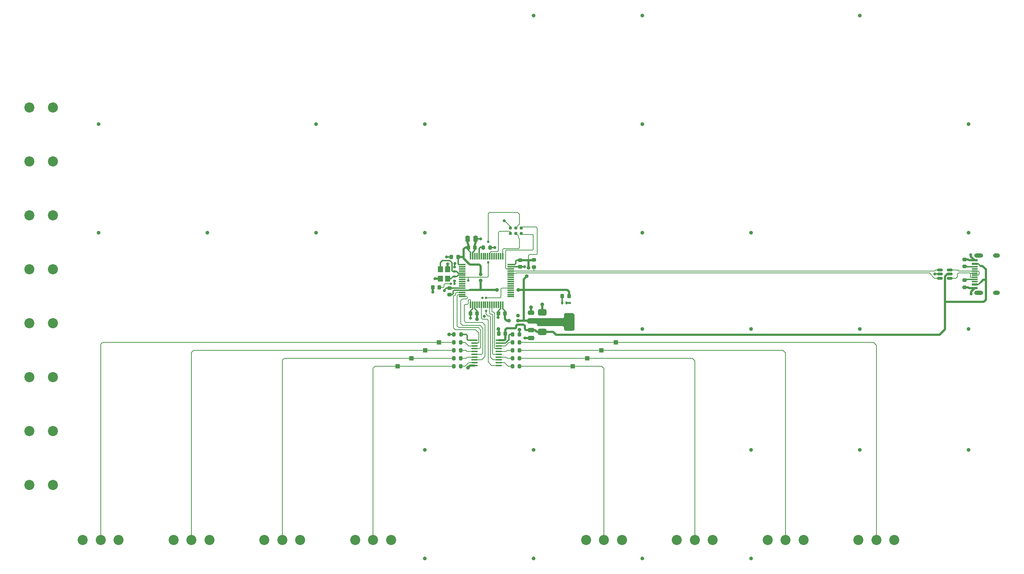
<source format=gbr>
%TF.GenerationSoftware,KiCad,Pcbnew,9.0.1*%
%TF.CreationDate,2025-07-28T14:50:10-04:00*%
%TF.ProjectId,LED-DriverPCB,4c45442d-4472-4697-9665-725043422e6b,rev?*%
%TF.SameCoordinates,Original*%
%TF.FileFunction,Copper,L1,Top*%
%TF.FilePolarity,Positive*%
%FSLAX46Y46*%
G04 Gerber Fmt 4.6, Leading zero omitted, Abs format (unit mm)*
G04 Created by KiCad (PCBNEW 9.0.1) date 2025-07-28 14:50:10*
%MOMM*%
%LPD*%
G01*
G04 APERTURE LIST*
G04 Aperture macros list*
%AMRoundRect*
0 Rectangle with rounded corners*
0 $1 Rounding radius*
0 $2 $3 $4 $5 $6 $7 $8 $9 X,Y pos of 4 corners*
0 Add a 4 corners polygon primitive as box body*
4,1,4,$2,$3,$4,$5,$6,$7,$8,$9,$2,$3,0*
0 Add four circle primitives for the rounded corners*
1,1,$1+$1,$2,$3*
1,1,$1+$1,$4,$5*
1,1,$1+$1,$6,$7*
1,1,$1+$1,$8,$9*
0 Add four rect primitives between the rounded corners*
20,1,$1+$1,$2,$3,$4,$5,0*
20,1,$1+$1,$4,$5,$6,$7,0*
20,1,$1+$1,$6,$7,$8,$9,0*
20,1,$1+$1,$8,$9,$2,$3,0*%
G04 Aperture macros list end*
%TA.AperFunction,SMDPad,CuDef*%
%ADD10RoundRect,0.225000X0.225000X0.250000X-0.225000X0.250000X-0.225000X-0.250000X0.225000X-0.250000X0*%
%TD*%
%TA.AperFunction,ComponentPad*%
%ADD11C,2.362200*%
%TD*%
%TA.AperFunction,HeatsinkPad*%
%ADD12O,1.600000X1.000000*%
%TD*%
%TA.AperFunction,HeatsinkPad*%
%ADD13O,2.100000X1.000000*%
%TD*%
%TA.AperFunction,SMDPad,CuDef*%
%ADD14R,1.450000X0.600000*%
%TD*%
%TA.AperFunction,SMDPad,CuDef*%
%ADD15R,1.450000X0.300000*%
%TD*%
%TA.AperFunction,ConnectorPad*%
%ADD16C,0.787400*%
%TD*%
%TA.AperFunction,SMDPad,CuDef*%
%ADD17RoundRect,0.200000X0.200000X0.275000X-0.200000X0.275000X-0.200000X-0.275000X0.200000X-0.275000X0*%
%TD*%
%TA.AperFunction,SMDPad,CuDef*%
%ADD18RoundRect,0.200000X-0.200000X-0.275000X0.200000X-0.275000X0.200000X0.275000X-0.200000X0.275000X0*%
%TD*%
%TA.AperFunction,SMDPad,CuDef*%
%ADD19R,1.000000X1.000000*%
%TD*%
%TA.AperFunction,SMDPad,CuDef*%
%ADD20RoundRect,0.100000X-0.637500X-0.100000X0.637500X-0.100000X0.637500X0.100000X-0.637500X0.100000X0*%
%TD*%
%TA.AperFunction,SMDPad,CuDef*%
%ADD21RoundRect,0.140000X0.170000X-0.140000X0.170000X0.140000X-0.170000X0.140000X-0.170000X-0.140000X0*%
%TD*%
%TA.AperFunction,SMDPad,CuDef*%
%ADD22RoundRect,0.250000X-0.250000X-0.475000X0.250000X-0.475000X0.250000X0.475000X-0.250000X0.475000X0*%
%TD*%
%TA.AperFunction,SMDPad,CuDef*%
%ADD23RoundRect,0.250000X0.475000X-0.250000X0.475000X0.250000X-0.475000X0.250000X-0.475000X-0.250000X0*%
%TD*%
%TA.AperFunction,SMDPad,CuDef*%
%ADD24RoundRect,0.375000X-0.625000X-0.375000X0.625000X-0.375000X0.625000X0.375000X-0.625000X0.375000X0*%
%TD*%
%TA.AperFunction,SMDPad,CuDef*%
%ADD25RoundRect,0.500000X-0.500000X-1.400000X0.500000X-1.400000X0.500000X1.400000X-0.500000X1.400000X0*%
%TD*%
%TA.AperFunction,SMDPad,CuDef*%
%ADD26RoundRect,0.135000X-0.135000X-0.185000X0.135000X-0.185000X0.135000X0.185000X-0.135000X0.185000X0*%
%TD*%
%TA.AperFunction,SMDPad,CuDef*%
%ADD27RoundRect,0.200000X-0.275000X0.200000X-0.275000X-0.200000X0.275000X-0.200000X0.275000X0.200000X0*%
%TD*%
%TA.AperFunction,SMDPad,CuDef*%
%ADD28RoundRect,0.225000X-0.225000X-0.250000X0.225000X-0.250000X0.225000X0.250000X-0.225000X0.250000X0*%
%TD*%
%TA.AperFunction,SMDPad,CuDef*%
%ADD29RoundRect,0.225000X-0.250000X0.225000X-0.250000X-0.225000X0.250000X-0.225000X0.250000X0.225000X0*%
%TD*%
%TA.AperFunction,SMDPad,CuDef*%
%ADD30RoundRect,0.075000X-0.700000X-0.075000X0.700000X-0.075000X0.700000X0.075000X-0.700000X0.075000X0*%
%TD*%
%TA.AperFunction,SMDPad,CuDef*%
%ADD31RoundRect,0.075000X-0.075000X-0.700000X0.075000X-0.700000X0.075000X0.700000X-0.075000X0.700000X0*%
%TD*%
%TA.AperFunction,SMDPad,CuDef*%
%ADD32RoundRect,0.225000X0.250000X-0.225000X0.250000X0.225000X-0.250000X0.225000X-0.250000X-0.225000X0*%
%TD*%
%TA.AperFunction,SMDPad,CuDef*%
%ADD33RoundRect,0.250000X-0.475000X0.250000X-0.475000X-0.250000X0.475000X-0.250000X0.475000X0.250000X0*%
%TD*%
%TA.AperFunction,SMDPad,CuDef*%
%ADD34R,1.200000X1.400000*%
%TD*%
%TA.AperFunction,SMDPad,CuDef*%
%ADD35RoundRect,0.218750X-0.218750X-0.256250X0.218750X-0.256250X0.218750X0.256250X-0.218750X0.256250X0*%
%TD*%
%TA.AperFunction,SMDPad,CuDef*%
%ADD36RoundRect,0.200000X0.275000X-0.200000X0.275000X0.200000X-0.275000X0.200000X-0.275000X-0.200000X0*%
%TD*%
%TA.AperFunction,SMDPad,CuDef*%
%ADD37RoundRect,0.140000X-0.170000X0.140000X-0.170000X-0.140000X0.170000X-0.140000X0.170000X0.140000X0*%
%TD*%
%TA.AperFunction,SMDPad,CuDef*%
%ADD38RoundRect,0.150000X-0.512500X-0.150000X0.512500X-0.150000X0.512500X0.150000X-0.512500X0.150000X0*%
%TD*%
%TA.AperFunction,ViaPad*%
%ADD39C,0.700000*%
%TD*%
%TA.AperFunction,ViaPad*%
%ADD40C,0.900000*%
%TD*%
%TA.AperFunction,ViaPad*%
%ADD41C,0.600000*%
%TD*%
%TA.AperFunction,Conductor*%
%ADD42C,0.500000*%
%TD*%
%TA.AperFunction,Conductor*%
%ADD43C,0.200000*%
%TD*%
%TA.AperFunction,Conductor*%
%ADD44C,0.190000*%
%TD*%
%TA.AperFunction,Conductor*%
%ADD45C,0.300000*%
%TD*%
G04 APERTURE END LIST*
D10*
%TO.P,C16,2*%
%TO.N,GND*%
X230854000Y-151959000D03*
%TO.P,C16,1*%
%TO.N,VBUS*%
X232404000Y-151959000D03*
%TD*%
D11*
%TO.P,J1,3,Pin_3*%
%TO.N,GND*%
X314878601Y-200140900D03*
%TO.P,J1,2,Pin_2*%
%TO.N,/STR1_DATA*%
X319078600Y-200140900D03*
%TO.P,J1,1,Pin_1*%
%TO.N,/STR1_PWR*%
X323278599Y-200140900D03*
%TD*%
%TO.P,J2,3,Pin_3*%
%TO.N,GND*%
X293667601Y-200140900D03*
%TO.P,J2,2,Pin_2*%
%TO.N,/STR2_DATA*%
X297867600Y-200140900D03*
%TO.P,J2,1,Pin_1*%
%TO.N,/STR2_PWR*%
X302067599Y-200140900D03*
%TD*%
%TO.P,J3,3,Pin_3*%
%TO.N,GND*%
X272456601Y-200140900D03*
%TO.P,J3,2,Pin_2*%
%TO.N,/STR3_DATA*%
X276656600Y-200140900D03*
%TO.P,J3,1,Pin_1*%
%TO.N,/STR3_PWR*%
X280856599Y-200140900D03*
%TD*%
%TO.P,J4,3,Pin_3*%
%TO.N,GND*%
X251245601Y-200140900D03*
%TO.P,J4,2,Pin_2*%
%TO.N,/STR4_DATA*%
X255445600Y-200140900D03*
%TO.P,J4,1,Pin_1*%
%TO.N,/STR4_PWR*%
X259645599Y-200140900D03*
%TD*%
%TO.P,J5,3,Pin_3*%
%TO.N,GND*%
X197329101Y-200140900D03*
%TO.P,J5,2,Pin_2*%
%TO.N,/STR5_DATA*%
X201529100Y-200140900D03*
%TO.P,J5,1,Pin_1*%
%TO.N,/STR5_PWR*%
X205729099Y-200140900D03*
%TD*%
%TO.P,J6,3,Pin_3*%
%TO.N,GND*%
X176118101Y-200140900D03*
%TO.P,J6,2,Pin_2*%
%TO.N,/STR6_DATA*%
X180318100Y-200140900D03*
%TO.P,J6,1,Pin_1*%
%TO.N,/STR6_PWR*%
X184518099Y-200140900D03*
%TD*%
%TO.P,J7,3,Pin_3*%
%TO.N,GND*%
X154907101Y-200140900D03*
%TO.P,J7,2,Pin_2*%
%TO.N,/STR7_DATA*%
X159107100Y-200140900D03*
%TO.P,J7,1,Pin_1*%
%TO.N,/STR7_PWR*%
X163307099Y-200140900D03*
%TD*%
%TO.P,J8,3,Pin_3*%
%TO.N,GND*%
X133696101Y-200140900D03*
%TO.P,J8,2,Pin_2*%
%TO.N,/STR8_DATA*%
X137896100Y-200140900D03*
%TO.P,J8,1,Pin_1*%
%TO.N,/STR8_PWR*%
X142096099Y-200140900D03*
%TD*%
D12*
%TO.P,J9,S1,SHIELD*%
%TO.N,GND*%
X347110251Y-133671000D03*
D13*
X342930251Y-133671000D03*
D12*
X347110251Y-142311000D03*
D13*
X342930251Y-142311000D03*
D14*
%TO.P,J9,B12,GND*%
X342015251Y-141241000D03*
%TO.P,J9,B9,VBUS*%
%TO.N,VBUS*%
X342015251Y-140441000D03*
D15*
%TO.P,J9,B8,SBU2*%
%TO.N,unconnected-(J9-SBU2-PadB8)*%
X342015251Y-139741000D03*
%TO.P,J9,B7,D-*%
%TO.N,/USB_CON_D-*%
X342015251Y-138741000D03*
%TO.P,J9,B6,D+*%
%TO.N,/USB_CON_D+*%
X342015251Y-137241000D03*
%TO.P,J9,B5,CC2*%
%TO.N,/USB_CC2*%
X342015251Y-136241000D03*
D14*
%TO.P,J9,B4,VBUS*%
%TO.N,VBUS*%
X342015251Y-135541000D03*
%TO.P,J9,B1,GND*%
%TO.N,GND*%
X342015251Y-134741000D03*
%TO.P,J9,A12,GND*%
X342015251Y-134741000D03*
%TO.P,J9,A9,VBUS*%
%TO.N,VBUS*%
X342015251Y-135541000D03*
D15*
%TO.P,J9,A8,SBU1*%
%TO.N,unconnected-(J9-SBU1-PadA8)*%
X342015251Y-136741000D03*
%TO.P,J9,A7,D-*%
%TO.N,/USB_CON_D-*%
X342015251Y-137741000D03*
%TO.P,J9,A6,D+*%
%TO.N,/USB_CON_D+*%
X342015251Y-138241000D03*
%TO.P,J9,A5,CC1*%
%TO.N,/USB_CC1*%
X342015251Y-139241000D03*
D14*
%TO.P,J9,A4,VBUS*%
%TO.N,VBUS*%
X342015251Y-140441000D03*
%TO.P,J9,A1,GND*%
%TO.N,GND*%
X342015251Y-141241000D03*
%TD*%
D11*
%TO.P,J12,2,Pin_2*%
%TO.N,/STR1_PWR*%
X126749999Y-98986500D03*
%TO.P,J12,1,Pin_1*%
%TO.N,GND*%
X121250000Y-98986500D03*
%TD*%
%TO.P,J13,2,Pin_2*%
%TO.N,/STR2_PWR*%
X126749999Y-111604500D03*
%TO.P,J13,1,Pin_1*%
%TO.N,GND*%
X121250000Y-111604500D03*
%TD*%
%TO.P,J14,2,Pin_2*%
%TO.N,/STR3_PWR*%
X126749999Y-124223100D03*
%TO.P,J14,1,Pin_1*%
%TO.N,GND*%
X121250000Y-124223100D03*
%TD*%
%TO.P,J15,2,Pin_2*%
%TO.N,/STR4_PWR*%
X126749999Y-136841100D03*
%TO.P,J15,1,Pin_1*%
%TO.N,GND*%
X121250000Y-136841100D03*
%TD*%
%TO.P,J16,2,Pin_2*%
%TO.N,/STR5_PWR*%
X126749999Y-149459100D03*
%TO.P,J16,1,Pin_1*%
%TO.N,GND*%
X121250000Y-149459100D03*
%TD*%
%TO.P,J17,2,Pin_2*%
%TO.N,/STR6_PWR*%
X126749999Y-162077100D03*
%TO.P,J17,1,Pin_1*%
%TO.N,GND*%
X121250000Y-162077100D03*
%TD*%
%TO.P,J18,2,Pin_2*%
%TO.N,/STR7_PWR*%
X126749999Y-174695500D03*
%TO.P,J18,1,Pin_1*%
%TO.N,GND*%
X121250000Y-174695500D03*
%TD*%
%TO.P,J19,2,Pin_2*%
%TO.N,/STR8_PWR*%
X126749999Y-187313500D03*
%TO.P,J19,1,Pin_1*%
%TO.N,GND*%
X121250000Y-187313500D03*
%TD*%
D16*
%TO.P,J20,6,SWO*%
%TO.N,/SWD_SWO*%
X233569000Y-128436000D03*
%TO.P,J20,5,GND*%
%TO.N,GND*%
X233569000Y-127166000D03*
%TO.P,J20,4,SWCLK*%
%TO.N,/SWD_CLK*%
X234839000Y-128436000D03*
%TO.P,J20,3,~{RESET}*%
%TO.N,/SWD_NRST*%
X234839000Y-127166000D03*
%TO.P,J20,2,SWDIO*%
%TO.N,/SWD_DIO*%
X236109000Y-128436000D03*
%TO.P,J20,1,VCC*%
%TO.N,+3.3V*%
X236109000Y-127166000D03*
%TD*%
D17*
%TO.P,R1,2*%
%TO.N,/BOOT*%
X227204000Y-131741000D03*
%TO.P,R1,1*%
%TO.N,GND*%
X228854000Y-131741000D03*
%TD*%
%TO.P,R4,2*%
%TO.N,GND*%
X220379000Y-152109000D03*
%TO.P,R4,1*%
%TO.N,Net-(U1-1OE)*%
X222029000Y-152109000D03*
%TD*%
D18*
%TO.P,R7,2*%
%TO.N,GND*%
X235729000Y-152109000D03*
%TO.P,R7,1*%
%TO.N,Net-(U1-2OE)*%
X234079000Y-152109000D03*
%TD*%
%TO.P,R8,2*%
%TO.N,/STR1_DATA*%
X235704000Y-153959000D03*
%TO.P,R8,1*%
%TO.N,/1Y0_RES*%
X234054000Y-153959000D03*
%TD*%
D17*
%TO.P,R9,2*%
%TO.N,/1Y1_RES*%
X234054000Y-155809000D03*
%TO.P,R9,1*%
%TO.N,/STR2_DATA*%
X235704000Y-155809000D03*
%TD*%
D18*
%TO.P,R10,2*%
%TO.N,/STR3_DATA*%
X235704000Y-157659000D03*
%TO.P,R10,1*%
%TO.N,/1Y2_RES*%
X234054000Y-157659000D03*
%TD*%
%TO.P,R11,2*%
%TO.N,/STR4_DATA*%
X235704000Y-159509000D03*
%TO.P,R11,1*%
%TO.N,/1Y3_RES*%
X234054000Y-159509000D03*
%TD*%
D17*
%TO.P,R12,2*%
%TO.N,/STR8_DATA*%
X220354000Y-153959000D03*
%TO.P,R12,1*%
%TO.N,/2Y0_RES*%
X222004000Y-153959000D03*
%TD*%
%TO.P,R13,2*%
%TO.N,/STR7_DATA*%
X220354000Y-155809000D03*
%TO.P,R13,1*%
%TO.N,/2Y1_RES*%
X222004000Y-155809000D03*
%TD*%
%TO.P,R14,2*%
%TO.N,/STR6_DATA*%
X220354000Y-157659000D03*
%TO.P,R14,1*%
%TO.N,/2Y2_RES*%
X222004000Y-157659000D03*
%TD*%
%TO.P,R15,2*%
%TO.N,/STR5_DATA*%
X220354000Y-159509000D03*
%TO.P,R15,1*%
%TO.N,/2Y3_RES*%
X222004000Y-159509000D03*
%TD*%
D19*
%TO.P,TP8,1,1*%
%TO.N,/STR1_DATA*%
X258229000Y-153959000D03*
%TD*%
%TO.P,TP7,1,1*%
%TO.N,/STR2_DATA*%
X254862333Y-155809000D03*
%TD*%
%TO.P,TP6,1,1*%
%TO.N,/STR3_DATA*%
X251495667Y-157659000D03*
%TD*%
%TO.P,TP5,1,1*%
%TO.N,/STR4_DATA*%
X248104000Y-159509000D03*
%TD*%
%TO.P,TP4,1,1*%
%TO.N,/STR5_DATA*%
X207229000Y-159509000D03*
%TD*%
%TO.P,TP3,1,1*%
%TO.N,/STR6_DATA*%
X210445667Y-157659000D03*
%TD*%
%TO.P,TP2,1,1*%
%TO.N,/STR7_DATA*%
X213662333Y-155809000D03*
%TD*%
%TO.P,TP1,1,1*%
%TO.N,/STR8_DATA*%
X216879000Y-153959000D03*
%TD*%
D20*
%TO.P,U1,20,VCC*%
%TO.N,VBUS*%
X230891500Y-153484000D03*
%TO.P,U1,19,2OE*%
%TO.N,Net-(U1-2OE)*%
X230891500Y-154134000D03*
%TO.P,U1,18,1Y0*%
%TO.N,/1Y0_RES*%
X230891500Y-154784000D03*
%TO.P,U1,17,2A0*%
%TO.N,/PWM_TIM3_CH4*%
X230891500Y-155434000D03*
%TO.P,U1,16,1Y1*%
%TO.N,/1Y1_RES*%
X230891500Y-156084000D03*
%TO.P,U1,15,2A1*%
%TO.N,/PWM_TIM3_CH3*%
X230891500Y-156734000D03*
%TO.P,U1,14,1Y2*%
%TO.N,/1Y2_RES*%
X230891500Y-157384000D03*
%TO.P,U1,13,2A2*%
%TO.N,/PWM_TIM8_CH1*%
X230891500Y-158034000D03*
%TO.P,U1,12,1Y3*%
%TO.N,/1Y3_RES*%
X230891500Y-158684000D03*
%TO.P,U1,11,2A3*%
%TO.N,/PWM_TIM3_CH1*%
X230891500Y-159334000D03*
%TO.P,U1,10,GND*%
%TO.N,GND*%
X225166500Y-159334000D03*
%TO.P,U1,9,2Y3*%
%TO.N,/2Y3_RES*%
X225166500Y-158684000D03*
%TO.P,U1,8,1A3*%
%TO.N,/PWM_TIM5_CH4*%
X225166500Y-158034000D03*
%TO.P,U1,7,2Y2*%
%TO.N,/2Y2_RES*%
X225166500Y-157384000D03*
%TO.P,U1,6,1A2*%
%TO.N,/PWM_TIM5_CH3*%
X225166500Y-156734000D03*
%TO.P,U1,5,2Y1*%
%TO.N,/2Y1_RES*%
X225166500Y-156084000D03*
%TO.P,U1,4,1A1*%
%TO.N,/PWM_TIM5_CH2*%
X225166500Y-155434000D03*
%TO.P,U1,3,2Y0*%
%TO.N,/2Y0_RES*%
X225166500Y-154784000D03*
%TO.P,U1,2,1A0*%
%TO.N,/PWM_TIM5_CH1*%
X225166500Y-154134000D03*
%TO.P,U1,1,1OE*%
%TO.N,Net-(U1-1OE)*%
X225166500Y-153484000D03*
%TD*%
D21*
%TO.P,C1,1*%
%TO.N,/HSE_IN*%
X220579000Y-137341000D03*
%TO.P,C1,2*%
%TO.N,GND*%
X220579000Y-136381000D03*
%TD*%
D10*
%TO.P,C5,1*%
%TO.N,+3.3V*%
X221354000Y-133941000D03*
%TO.P,C5,2*%
%TO.N,GND*%
X219804000Y-133941000D03*
%TD*%
D22*
%TO.P,C9,1*%
%TO.N,+3.3V*%
X223579000Y-129741000D03*
%TO.P,C9,2*%
%TO.N,GND*%
X225479000Y-129741000D03*
%TD*%
D23*
%TO.P,C12,1*%
%TO.N,+3.3V*%
X238379000Y-148891000D03*
%TO.P,C12,2*%
%TO.N,GND*%
X238379000Y-146991000D03*
%TD*%
D24*
%TO.P,U3,1,GND*%
%TO.N,GND*%
X241029000Y-146891000D03*
%TO.P,U3,2,VO*%
%TO.N,+3.3V*%
X241029000Y-149191000D03*
D25*
X247329000Y-149191000D03*
D24*
%TO.P,U3,3,VI*%
%TO.N,VBUS*%
X241029000Y-151491000D03*
%TD*%
D26*
%TO.P,R6,1*%
%TO.N,Net-(D1-K)*%
X245669000Y-144709000D03*
%TO.P,R6,2*%
%TO.N,GND*%
X246689000Y-144709000D03*
%TD*%
D27*
%TO.P,R3,1*%
%TO.N,GND*%
X339710251Y-134526000D03*
%TO.P,R3,2*%
%TO.N,/USB_CC2*%
X339710251Y-136176000D03*
%TD*%
D28*
%TO.P,C7,1*%
%TO.N,+3.3V*%
X223754000Y-131741000D03*
%TO.P,C7,2*%
%TO.N,GND*%
X225304000Y-131741000D03*
%TD*%
D29*
%TO.P,C6,1*%
%TO.N,+3.3V*%
X235829000Y-134716000D03*
%TO.P,C6,2*%
%TO.N,GND*%
X235829000Y-136266000D03*
%TD*%
D30*
%TO.P,U5,1,VBAT*%
%TO.N,+3.3V*%
X222354000Y-135741000D03*
%TO.P,U5,2,PC13*%
%TO.N,unconnected-(U5-PC13-Pad2)*%
X222354000Y-136241000D03*
%TO.P,U5,3,PC14*%
%TO.N,unconnected-(U5-PC14-Pad3)*%
X222354000Y-136741000D03*
%TO.P,U5,4,PC15*%
%TO.N,unconnected-(U5-PC15-Pad4)*%
X222354000Y-137241000D03*
%TO.P,U5,5,PD0*%
%TO.N,/HSE_IN*%
X222354000Y-137741000D03*
%TO.P,U5,6,PD1*%
%TO.N,/HSE_OUT*%
X222354000Y-138241000D03*
%TO.P,U5,7,NRST*%
%TO.N,/SWD_NRST*%
X222354000Y-138741000D03*
%TO.P,U5,8,PC0*%
%TO.N,unconnected-(U5-PC0-Pad8)*%
X222354000Y-139241000D03*
%TO.P,U5,9,PC1*%
%TO.N,unconnected-(U5-PC1-Pad9)*%
X222354000Y-139741000D03*
%TO.P,U5,10,PC2*%
%TO.N,unconnected-(U5-PC2-Pad10)*%
X222354000Y-140241000D03*
%TO.P,U5,11,PC3*%
%TO.N,unconnected-(U5-PC3-Pad11)*%
X222354000Y-140741000D03*
%TO.P,U5,12,VSSA*%
%TO.N,GND*%
X222354000Y-141241000D03*
%TO.P,U5,13,VDDA*%
%TO.N,+3.3V*%
X222354000Y-141741000D03*
%TO.P,U5,14,PA0*%
%TO.N,/PWM_TIM5_CH1*%
X222354000Y-142241000D03*
%TO.P,U5,15,PA1*%
%TO.N,/PWM_TIM5_CH2*%
X222354000Y-142741000D03*
%TO.P,U5,16,PA2*%
%TO.N,/PWM_TIM5_CH3*%
X222354000Y-143241000D03*
D31*
%TO.P,U5,17,PA3*%
%TO.N,/PWM_TIM5_CH4*%
X224279000Y-145166000D03*
%TO.P,U5,18,VSS*%
%TO.N,GND*%
X224779000Y-145166000D03*
%TO.P,U5,19,VDD*%
%TO.N,+3.3V*%
X225279000Y-145166000D03*
%TO.P,U5,20,PA4*%
%TO.N,unconnected-(U5-PA4-Pad20)*%
X225779000Y-145166000D03*
%TO.P,U5,21,PA5*%
%TO.N,unconnected-(U5-PA5-Pad21)*%
X226279000Y-145166000D03*
%TO.P,U5,22,PA6*%
%TO.N,/PWM_TIM3_CH1*%
X226779000Y-145166000D03*
%TO.P,U5,23,PA7*%
%TO.N,unconnected-(U5-PA7-Pad23)*%
X227279000Y-145166000D03*
%TO.P,U5,24,PC4*%
%TO.N,unconnected-(U5-PC4-Pad24)*%
X227779000Y-145166000D03*
%TO.P,U5,25,PC5*%
%TO.N,unconnected-(U5-PC5-Pad25)*%
X228279000Y-145166000D03*
%TO.P,U5,26,PB0*%
%TO.N,/PWM_TIM3_CH3*%
X228779000Y-145166000D03*
%TO.P,U5,27,PB1*%
%TO.N,/PWM_TIM3_CH4*%
X229279000Y-145166000D03*
%TO.P,U5,28,PB2*%
%TO.N,unconnected-(U5-PB2-Pad28)*%
X229779000Y-145166000D03*
%TO.P,U5,29,PB10*%
%TO.N,unconnected-(U5-PB10-Pad29)*%
X230279000Y-145166000D03*
%TO.P,U5,30,PB11*%
%TO.N,unconnected-(U5-PB11-Pad30)*%
X230779000Y-145166000D03*
%TO.P,U5,31,VSS*%
%TO.N,GND*%
X231279000Y-145166000D03*
%TO.P,U5,32,VDD*%
%TO.N,+3.3V*%
X231779000Y-145166000D03*
D30*
%TO.P,U5,33,PB12*%
%TO.N,unconnected-(U5-PB12-Pad33)*%
X233704000Y-143241000D03*
%TO.P,U5,34,PB13*%
%TO.N,unconnected-(U5-PB13-Pad34)*%
X233704000Y-142741000D03*
%TO.P,U5,35,PB14*%
%TO.N,unconnected-(U5-PB14-Pad35)*%
X233704000Y-142241000D03*
%TO.P,U5,36,PB15*%
%TO.N,unconnected-(U5-PB15-Pad36)*%
X233704000Y-141741000D03*
%TO.P,U5,37,PC6*%
%TO.N,/PWM_TIM8_CH1*%
X233704000Y-141241000D03*
%TO.P,U5,38,PC7*%
%TO.N,unconnected-(U5-PC7-Pad38)*%
X233704000Y-140741000D03*
%TO.P,U5,39,PC8*%
%TO.N,unconnected-(U5-PC8-Pad39)*%
X233704000Y-140241000D03*
%TO.P,U5,40,PC9*%
%TO.N,unconnected-(U5-PC9-Pad40)*%
X233704000Y-139741000D03*
%TO.P,U5,41,PA8*%
%TO.N,unconnected-(U5-PA8-Pad41)*%
X233704000Y-139241000D03*
%TO.P,U5,42,PA9*%
%TO.N,unconnected-(U5-PA9-Pad42)*%
X233704000Y-138741000D03*
%TO.P,U5,43,PA10*%
%TO.N,unconnected-(U5-PA10-Pad43)*%
X233704000Y-138241000D03*
%TO.P,U5,44,PA11*%
%TO.N,/USB_STM_D-*%
X233704000Y-137741000D03*
%TO.P,U5,45,PA12*%
%TO.N,/USB_STM_D+*%
X233704000Y-137241000D03*
%TO.P,U5,46,PA13*%
%TO.N,/SWD_DIO*%
X233704000Y-136741000D03*
%TO.P,U5,47,VSS*%
%TO.N,GND*%
X233704000Y-136241000D03*
%TO.P,U5,48,VDD*%
%TO.N,+3.3V*%
X233704000Y-135741000D03*
D31*
%TO.P,U5,49,PA14*%
%TO.N,/SWD_CLK*%
X231779000Y-133816000D03*
%TO.P,U5,50,PA15*%
%TO.N,unconnected-(U5-PA15-Pad50)*%
X231279000Y-133816000D03*
%TO.P,U5,51,PC10*%
%TO.N,unconnected-(U5-PC10-Pad51)*%
X230779000Y-133816000D03*
%TO.P,U5,52,PC11*%
%TO.N,unconnected-(U5-PC11-Pad52)*%
X230279000Y-133816000D03*
%TO.P,U5,53,PC12*%
%TO.N,unconnected-(U5-PC12-Pad53)*%
X229779000Y-133816000D03*
%TO.P,U5,54,PD2*%
%TO.N,unconnected-(U5-PD2-Pad54)*%
X229279000Y-133816000D03*
%TO.P,U5,55,PB3*%
%TO.N,/SWD_SWO*%
X228779000Y-133816000D03*
%TO.P,U5,56,PB4*%
%TO.N,unconnected-(U5-PB4-Pad56)*%
X228279000Y-133816000D03*
%TO.P,U5,57,PB5*%
%TO.N,unconnected-(U5-PB5-Pad57)*%
X227779000Y-133816000D03*
%TO.P,U5,58,PB6*%
%TO.N,unconnected-(U5-PB6-Pad58)*%
X227279000Y-133816000D03*
%TO.P,U5,59,PB7*%
%TO.N,unconnected-(U5-PB7-Pad59)*%
X226779000Y-133816000D03*
%TO.P,U5,60,BOOT0*%
%TO.N,/BOOT*%
X226279000Y-133816000D03*
%TO.P,U5,61,PB8*%
%TO.N,unconnected-(U5-PB8-Pad61)*%
X225779000Y-133816000D03*
%TO.P,U5,62,PB9*%
%TO.N,unconnected-(U5-PB9-Pad62)*%
X225279000Y-133816000D03*
%TO.P,U5,63,VSS*%
%TO.N,GND*%
X224779000Y-133816000D03*
%TO.P,U5,64,VDD*%
%TO.N,+3.3V*%
X224279000Y-133816000D03*
%TD*%
D32*
%TO.P,C8,1*%
%TO.N,+3.3V*%
X219329000Y-142766000D03*
%TO.P,C8,2*%
%TO.N,GND*%
X219329000Y-141216000D03*
%TD*%
D33*
%TO.P,C11,1*%
%TO.N,VBUS*%
X238379000Y-151041000D03*
%TO.P,C11,2*%
%TO.N,GND*%
X238379000Y-152941000D03*
%TD*%
D34*
%TO.P,X1,1,1*%
%TO.N,/HSE_IN*%
X217229000Y-136841000D03*
%TO.P,X1,2,2*%
%TO.N,GND*%
X217229000Y-139041000D03*
%TO.P,X1,3,3*%
%TO.N,/HSE_OUT*%
X218929000Y-139041000D03*
%TO.P,X1,4,4*%
%TO.N,GND*%
X218929000Y-136841000D03*
%TD*%
D10*
%TO.P,C10,1*%
%TO.N,/SWD_NRST*%
X217029000Y-141041000D03*
%TO.P,C10,2*%
%TO.N,GND*%
X215479000Y-141041000D03*
%TD*%
D35*
%TO.P,D1,1,K*%
%TO.N,Net-(D1-K)*%
X245691500Y-143109000D03*
%TO.P,D1,2,A*%
%TO.N,+3.3V*%
X247266500Y-143109000D03*
%TD*%
D10*
%TO.P,C3,1*%
%TO.N,+3.3V*%
X232304000Y-147191000D03*
%TO.P,C3,2*%
%TO.N,GND*%
X230754000Y-147191000D03*
%TD*%
D36*
%TO.P,R2,1*%
%TO.N,GND*%
X339710251Y-141051000D03*
%TO.P,R2,2*%
%TO.N,/USB_CC1*%
X339710251Y-139401000D03*
%TD*%
D37*
%TO.P,C2,1*%
%TO.N,/HSE_OUT*%
X220579000Y-138561000D03*
%TO.P,C2,2*%
%TO.N,GND*%
X220579000Y-139521000D03*
%TD*%
D38*
%TO.P,U4,1,I/O1*%
%TO.N,/USB_STM_D+*%
X333922751Y-137041000D03*
%TO.P,U4,2,GND*%
%TO.N,GND*%
X333922751Y-137991000D03*
%TO.P,U4,3,I/O2*%
%TO.N,/USB_STM_D-*%
X333922751Y-138941000D03*
%TO.P,U4,4,I/O2*%
%TO.N,/USB_CON_D-*%
X336197751Y-138941000D03*
%TO.P,U4,5,VBUS*%
%TO.N,VBUS*%
X336197751Y-137991000D03*
%TO.P,U4,6,I/O1*%
%TO.N,/USB_CON_D+*%
X336197751Y-137041000D03*
%TD*%
D10*
%TO.P,C4,1*%
%TO.N,+3.3V*%
X225804000Y-147191000D03*
%TO.P,C4,2*%
%TO.N,GND*%
X224254000Y-147191000D03*
%TD*%
D27*
%TO.P,R5,1*%
%TO.N,+3.3V*%
X239079000Y-134666000D03*
%TO.P,R5,2*%
%TO.N,/USB_STM_D+*%
X239079000Y-136316000D03*
%TD*%
D39*
%TO.N,GND*%
X227504000Y-147884000D03*
D40*
X315229000Y-150859000D03*
X264429000Y-77491000D03*
D39*
X224229000Y-148259000D03*
X236979000Y-152941000D03*
D40*
X340629000Y-102891000D03*
D39*
X218679000Y-133941000D03*
D40*
X289829000Y-128291000D03*
X289829000Y-150859000D03*
X137429000Y-102891000D03*
X188229000Y-102891000D03*
D39*
X215454000Y-142191000D03*
X218154000Y-141859000D03*
X332710251Y-137991000D03*
X226629000Y-129741000D03*
D40*
X213629000Y-204491000D03*
X239029000Y-179091000D03*
X235729000Y-150959000D03*
D39*
X229979000Y-131741000D03*
D40*
X223672383Y-159869208D03*
X219279000Y-152109000D03*
D41*
X247479000Y-144709000D03*
D40*
X238379000Y-145741000D03*
X188229000Y-128291000D03*
X239029000Y-77491000D03*
X289829000Y-179091000D03*
D39*
X236858855Y-136273464D03*
D40*
X213629000Y-128291000D03*
X137429000Y-128291000D03*
X213629000Y-102891000D03*
D39*
X215979000Y-139041000D03*
D40*
X340629000Y-150859000D03*
D41*
X220529000Y-140241000D03*
X227104000Y-143534000D03*
D40*
X162829000Y-128291000D03*
X264429000Y-204491000D03*
X340629000Y-128291000D03*
D39*
X341160251Y-142591000D03*
D40*
X230829000Y-150859000D03*
X264429000Y-128291000D03*
D39*
X220654000Y-135489714D03*
D40*
X264429000Y-102891000D03*
X340629000Y-179091000D03*
X239029000Y-204491000D03*
X315229000Y-77491000D03*
X315229000Y-179091000D03*
X241029000Y-145041000D03*
X264429000Y-150859000D03*
X235329000Y-147691000D03*
D39*
X218929000Y-135541000D03*
D40*
X213629000Y-179091000D03*
D39*
X232179000Y-125491000D03*
X230729000Y-148091000D03*
D40*
X289829000Y-204491000D03*
D39*
X341110251Y-133491000D03*
D41*
%TO.N,/SWD_NRST*%
X223779000Y-139441000D03*
X228429000Y-130391000D03*
X228379000Y-135241000D03*
X219728997Y-140241000D03*
D40*
%TO.N,+3.3V*%
X230479000Y-141640000D03*
X226629000Y-137996000D03*
X233229000Y-148891000D03*
X237829000Y-136516000D03*
X235329000Y-148891000D03*
X235429000Y-141691000D03*
X226629000Y-139491000D03*
X225779000Y-148514000D03*
X237429000Y-138491000D03*
D41*
%TO.N,/PWM_TIM8_CH1*%
X227904000Y-146609000D03*
X227929000Y-143534000D03*
%TD*%
D42*
%TO.N,VBUS*%
X238379000Y-151041000D02*
X239311000Y-151041000D01*
X239311000Y-151041000D02*
X239761000Y-151491000D01*
X239761000Y-151491000D02*
X241029000Y-151491000D01*
X232404000Y-151959000D02*
X232404000Y-150959000D01*
X234779000Y-150659000D02*
X234979000Y-150459000D01*
X232404000Y-150959000D02*
X232704000Y-150659000D01*
X232704000Y-150659000D02*
X234779000Y-150659000D01*
X234979000Y-150459000D02*
X234979000Y-150034000D01*
X236929000Y-150784000D02*
X237186000Y-151041000D01*
X234979000Y-150034000D02*
X235221000Y-149792000D01*
X236929000Y-150092000D02*
X236929000Y-150784000D01*
X235221000Y-149792000D02*
X236629000Y-149792000D01*
X237186000Y-151041000D02*
X238379000Y-151041000D01*
X236629000Y-149792000D02*
X236929000Y-150092000D01*
%TO.N,+3.3V*%
X236729000Y-141691000D02*
X246861000Y-141691000D01*
X247266500Y-142096500D02*
X247266500Y-143109000D01*
X246861000Y-141691000D02*
X247266500Y-142096500D01*
D43*
%TO.N,/PWM_TIM8_CH1*%
X227904000Y-147359000D02*
X228354000Y-147809000D01*
X228929000Y-148009000D02*
X228929000Y-157409000D01*
X228354000Y-147809000D02*
X228729000Y-147809000D01*
X228729000Y-147809000D02*
X228929000Y-148009000D01*
X227904000Y-146609000D02*
X227904000Y-147359000D01*
X228929000Y-157409000D02*
X229554000Y-158034000D01*
X229554000Y-158034000D02*
X230891500Y-158034000D01*
D44*
%TO.N,/STR1_DATA*%
X235704000Y-153959000D02*
X318429000Y-153959000D01*
X318429000Y-153959000D02*
X319078600Y-154608600D01*
X319078600Y-154608600D02*
X319078600Y-200140900D01*
%TO.N,/STR8_DATA*%
X220354000Y-153959000D02*
X138329000Y-153959000D01*
X138329000Y-153959000D02*
X137896100Y-154391900D01*
X137896100Y-154391900D02*
X137896100Y-200140900D01*
%TO.N,/STR7_DATA*%
X220354000Y-155809000D02*
X159579000Y-155809000D01*
X159579000Y-155809000D02*
X159107100Y-156280900D01*
X159107100Y-156280900D02*
X159107100Y-200140900D01*
%TO.N,/STR2_DATA*%
X235704000Y-155809000D02*
X297279000Y-155809000D01*
X297279000Y-155809000D02*
X297867600Y-156397600D01*
X297867600Y-156397600D02*
X297867600Y-200140900D01*
%TO.N,/STR3_DATA*%
X235704000Y-157659000D02*
X276079000Y-157659000D01*
X276079000Y-157659000D02*
X276656600Y-158236600D01*
X276656600Y-158236600D02*
X276656600Y-200140900D01*
%TO.N,/STR6_DATA*%
X220354000Y-157659000D02*
X180729000Y-157659000D01*
X180729000Y-157659000D02*
X180318100Y-158069900D01*
X180318100Y-158069900D02*
X180318100Y-200140900D01*
%TO.N,/STR5_DATA*%
X220354000Y-159509000D02*
X201979000Y-159509000D01*
X201979000Y-159509000D02*
X201529100Y-159958900D01*
X201529100Y-159958900D02*
X201529100Y-200140900D01*
%TO.N,/STR4_DATA*%
X235704000Y-159509000D02*
X254879000Y-159509000D01*
X254879000Y-159509000D02*
X255445600Y-160075600D01*
X255445600Y-160075600D02*
X255445600Y-200140900D01*
D42*
%TO.N,GND*%
X230854000Y-150884000D02*
X230829000Y-150859000D01*
X340520251Y-141051000D02*
X339710251Y-141051000D01*
X238379000Y-146991000D02*
X238379000Y-145741000D01*
D45*
X228854000Y-131741000D02*
X229979000Y-131741000D01*
X236851391Y-136266000D02*
X236858855Y-136273464D01*
D42*
X215479000Y-141041000D02*
X215479000Y-142166000D01*
D45*
X218604000Y-141216000D02*
X219329000Y-141216000D01*
D42*
X225304000Y-131591000D02*
X225304000Y-130966000D01*
X218979000Y-135591000D02*
X218929000Y-135641000D01*
X342015251Y-134741000D02*
X342010251Y-134741000D01*
D45*
X218154000Y-141859000D02*
X218154000Y-141666000D01*
D42*
X218979000Y-135541000D02*
X218979000Y-135591000D01*
X225479000Y-130791000D02*
X225479000Y-129591000D01*
X230854000Y-151959000D02*
X230854000Y-150884000D01*
D45*
X235829000Y-136266000D02*
X236851391Y-136266000D01*
X231279000Y-145166000D02*
X231279000Y-146091000D01*
X224779000Y-133816000D02*
X224779000Y-132891000D01*
D44*
X233569000Y-126831000D02*
X232229000Y-125491000D01*
D45*
X230754000Y-147449921D02*
X230754000Y-147191000D01*
X220379000Y-152109000D02*
X219279000Y-152109000D01*
D42*
X241029000Y-146891000D02*
X241029000Y-145041000D01*
D45*
X233704000Y-136241000D02*
X235804000Y-136241000D01*
D42*
X342010251Y-134741000D02*
X341210251Y-133941000D01*
X341160251Y-142591000D02*
X341160251Y-142091000D01*
X218929000Y-135641000D02*
X218929000Y-136841000D01*
D45*
X246689000Y-144709000D02*
X247479000Y-144709000D01*
X230729000Y-148091000D02*
X230729000Y-147474921D01*
D42*
X224207591Y-159334000D02*
X223672383Y-159869208D01*
D45*
X220579000Y-135564714D02*
X220654000Y-135489714D01*
D42*
X342015251Y-141241000D02*
X340710251Y-141241000D01*
D45*
X225479000Y-129741000D02*
X226629000Y-129741000D01*
X220579000Y-139521000D02*
X220579000Y-140191000D01*
D42*
X341110251Y-133841000D02*
X341110251Y-133491000D01*
D45*
X333922751Y-137991000D02*
X332710251Y-137991000D01*
X220579000Y-140191000D02*
X220529000Y-140241000D01*
X230754000Y-146616000D02*
X230754000Y-147191000D01*
D42*
X225166500Y-159334000D02*
X224207591Y-159334000D01*
X238379000Y-152941000D02*
X236979000Y-152941000D01*
D45*
X224779000Y-146093267D02*
X224779000Y-145166000D01*
D42*
X340545251Y-134526000D02*
X340760251Y-134741000D01*
X342010251Y-141241000D02*
X342015251Y-141241000D01*
X340710251Y-141241000D02*
X340520251Y-141051000D01*
D45*
X235804000Y-136241000D02*
X235829000Y-136266000D01*
X224779000Y-132916000D02*
X224779000Y-133816000D01*
D44*
X233569000Y-127166000D02*
X233569000Y-126831000D01*
D45*
X218154000Y-141666000D02*
X218604000Y-141216000D01*
D42*
X341210251Y-133941000D02*
X341110251Y-133841000D01*
D45*
X224254000Y-147966000D02*
X224254000Y-147191000D01*
X224229000Y-147991000D02*
X224254000Y-147966000D01*
X219804000Y-133941000D02*
X218679000Y-133941000D01*
X219354000Y-141241000D02*
X222354000Y-141241000D01*
D42*
X341160251Y-142091000D02*
X342010251Y-141241000D01*
X215479000Y-142166000D02*
X215454000Y-142191000D01*
D45*
X224254000Y-147191000D02*
X224254000Y-146618267D01*
X230729000Y-147474921D02*
X230754000Y-147449921D01*
X224254000Y-146618267D02*
X224779000Y-146093267D01*
D42*
X339710251Y-134526000D02*
X340545251Y-134526000D01*
D45*
X225304000Y-132391000D02*
X225304000Y-131741000D01*
D42*
X217229000Y-139041000D02*
X215979000Y-139041000D01*
D44*
X232229000Y-125491000D02*
X232179000Y-125491000D01*
D45*
X224229000Y-148259000D02*
X224229000Y-147991000D01*
X220579000Y-136381000D02*
X220579000Y-135564714D01*
X225304000Y-132391000D02*
X224779000Y-132916000D01*
X231279000Y-146091000D02*
X230754000Y-146616000D01*
D42*
X340760251Y-134741000D02*
X342015251Y-134741000D01*
D45*
X235729000Y-152109000D02*
X235729000Y-150959000D01*
D42*
X225304000Y-130966000D02*
X225479000Y-130791000D01*
D44*
%TO.N,/SWD_NRST*%
X228679000Y-123591000D02*
X228429000Y-123841000D01*
X235379000Y-123591000D02*
X228679000Y-123591000D01*
X218104000Y-140391000D02*
X218104000Y-140941000D01*
X218104000Y-140941000D02*
X218004000Y-141041000D01*
X228379000Y-138541000D02*
X228179000Y-138741000D01*
X218254000Y-140241000D02*
X218104000Y-140391000D01*
X218004000Y-141041000D02*
X217029000Y-141041000D01*
X223779000Y-139441000D02*
X223779000Y-138741000D01*
X228379000Y-135241000D02*
X228379000Y-138541000D01*
X234839000Y-127166000D02*
X235737450Y-126267550D01*
X228179000Y-138741000D02*
X223779000Y-138741000D01*
X223779000Y-138741000D02*
X222354000Y-138741000D01*
X219728997Y-140241000D02*
X218254000Y-140241000D01*
X228429000Y-123841000D02*
X228429000Y-124591000D01*
X235737450Y-126267550D02*
X235737450Y-123949450D01*
X235479000Y-123691000D02*
X235379000Y-123591000D01*
X235737450Y-123949450D02*
X235479000Y-123691000D01*
X228429000Y-124591000D02*
X228429000Y-130391000D01*
%TO.N,/SWD_SWO*%
X229102248Y-132691000D02*
X230579000Y-132691000D01*
X233429000Y-127941000D02*
X233569000Y-128081000D01*
X230579000Y-132691000D02*
X230829000Y-132441000D01*
X233569000Y-128081000D02*
X233569000Y-128436000D01*
X230829000Y-128241000D02*
X231129000Y-127941000D01*
X228779000Y-133014248D02*
X229102248Y-132691000D01*
X228779000Y-133816000D02*
X228779000Y-133014248D01*
X230829000Y-132441000D02*
X230829000Y-128241000D01*
X231129000Y-127941000D02*
X233429000Y-127941000D01*
D42*
%TO.N,+3.3V*%
X225779000Y-147216000D02*
X225804000Y-147191000D01*
D45*
X234829000Y-135491000D02*
X234829000Y-134941000D01*
X225279000Y-146091000D02*
X225279000Y-145166000D01*
X225804000Y-147191000D02*
X225804000Y-146616000D01*
D42*
X223079000Y-131741000D02*
X223754000Y-131741000D01*
X226629000Y-136091000D02*
X226329000Y-135791000D01*
D44*
X239879000Y-127241000D02*
X239879000Y-133241000D01*
D45*
X223754000Y-131741000D02*
X223754000Y-132366000D01*
D44*
X236315300Y-126959700D02*
X239597700Y-126959700D01*
D42*
X236729000Y-142391000D02*
X236729000Y-141691000D01*
D45*
X221354000Y-135616000D02*
X221354000Y-133941000D01*
X233704000Y-135741000D02*
X234579000Y-135741000D01*
X231779000Y-146091000D02*
X232304000Y-146616000D01*
X220479000Y-141741000D02*
X222354000Y-141741000D01*
D42*
X230479000Y-141640000D02*
X226629000Y-141640000D01*
X226329000Y-135791000D02*
X224129000Y-135791000D01*
X226629000Y-137996000D02*
X226629000Y-136091000D01*
X222679000Y-132141000D02*
X223079000Y-131741000D01*
X226629000Y-141640000D02*
X224129000Y-141640000D01*
X238379000Y-148891000D02*
X236729000Y-148891000D01*
X224129000Y-135791000D02*
X222679000Y-134341000D01*
D44*
X237829000Y-133591000D02*
X237829000Y-134716000D01*
D42*
X232304000Y-148466000D02*
X232304000Y-147191000D01*
X237429000Y-138491000D02*
X236729000Y-139191000D01*
D45*
X220229000Y-141991000D02*
X220479000Y-141741000D01*
X234829000Y-134941000D02*
X235054000Y-134716000D01*
D42*
X223754000Y-131741000D02*
X223754000Y-130966000D01*
X235429000Y-141691000D02*
X236729000Y-141691000D01*
X232729000Y-148891000D02*
X232304000Y-148466000D01*
D45*
X231779000Y-145166000D02*
X231779000Y-146091000D01*
D42*
X239029000Y-134716000D02*
X239079000Y-134666000D01*
D44*
X238029000Y-133391000D02*
X237829000Y-133591000D01*
X239597700Y-126959700D02*
X239879000Y-127241000D01*
D42*
X225779000Y-148514000D02*
X225779000Y-147216000D01*
D45*
X220004000Y-142766000D02*
X220229000Y-142541000D01*
D42*
X233229000Y-148891000D02*
X232729000Y-148891000D01*
D44*
X239879000Y-133241000D02*
X239729000Y-133391000D01*
D42*
X222679000Y-133941000D02*
X222679000Y-132141000D01*
D44*
X236109000Y-127166000D02*
X236315300Y-126959700D01*
D45*
X225804000Y-146616000D02*
X225279000Y-146091000D01*
X224279000Y-132891000D02*
X224279000Y-133816000D01*
X232304000Y-146616000D02*
X232304000Y-147191000D01*
X222354000Y-141741000D02*
X224028000Y-141741000D01*
D42*
X237829000Y-134716000D02*
X239029000Y-134716000D01*
D45*
X222354000Y-135741000D02*
X221479000Y-135741000D01*
D42*
X236729000Y-148891000D02*
X235329000Y-148891000D01*
D44*
X239729000Y-133391000D02*
X238029000Y-133391000D01*
D45*
X224028000Y-141741000D02*
X224129000Y-141640000D01*
D42*
X223754000Y-130966000D02*
X223579000Y-130791000D01*
D45*
X234579000Y-135741000D02*
X234829000Y-135491000D01*
D42*
X226629000Y-141640000D02*
X226629000Y-139491000D01*
D45*
X220229000Y-142541000D02*
X220229000Y-141991000D01*
D42*
X235829000Y-134716000D02*
X237829000Y-134716000D01*
X236729000Y-148891000D02*
X236729000Y-142391000D01*
X236729000Y-139191000D02*
X236729000Y-141691000D01*
X222679000Y-133941000D02*
X221354000Y-133941000D01*
X237829000Y-136516000D02*
X237829000Y-134716000D01*
D45*
X235054000Y-134716000D02*
X235829000Y-134716000D01*
X221479000Y-135741000D02*
X221354000Y-135616000D01*
X219329000Y-142766000D02*
X220004000Y-142766000D01*
D42*
X223579000Y-130791000D02*
X223579000Y-129591000D01*
D45*
X223754000Y-132366000D02*
X224279000Y-132891000D01*
D42*
X222679000Y-134341000D02*
X222679000Y-133941000D01*
D44*
%TO.N,/SWD_CLK*%
X234839000Y-128436000D02*
X235419300Y-129016300D01*
X235419300Y-129387674D02*
X235737450Y-129705824D01*
X235529000Y-131991000D02*
X231979000Y-131991000D01*
X235737450Y-131782550D02*
X235529000Y-131991000D01*
X231979000Y-131991000D02*
X231779000Y-132191000D01*
X235737450Y-129705824D02*
X235737450Y-131782550D01*
X231779000Y-132191000D02*
X231779000Y-133816000D01*
X235419300Y-129016300D02*
X235419300Y-129387674D01*
%TO.N,/SWD_DIO*%
X238729000Y-132391000D02*
X238929000Y-132191000D01*
X232629000Y-136741000D02*
X232479000Y-136591000D01*
X232479000Y-136591000D02*
X232479000Y-132591000D01*
X238729000Y-128691000D02*
X236364000Y-128691000D01*
X233704000Y-136741000D02*
X232629000Y-136741000D01*
X238929000Y-132191000D02*
X238929000Y-128891000D01*
X232679000Y-132391000D02*
X238729000Y-132391000D01*
X236364000Y-128691000D02*
X236109000Y-128436000D01*
X232479000Y-132591000D02*
X232679000Y-132391000D01*
X238929000Y-128891000D02*
X238729000Y-128691000D01*
%TO.N,/PWM_TIM5_CH3*%
X225166500Y-156734000D02*
X226854000Y-156734000D01*
X226529000Y-149959000D02*
X222379000Y-149959000D01*
X222379000Y-149959000D02*
X221979000Y-149559000D01*
X226854000Y-156734000D02*
X227179000Y-156409000D01*
X223529000Y-143659000D02*
X223529000Y-143359000D01*
X223411000Y-143241000D02*
X222354000Y-143241000D01*
X227179000Y-150609000D02*
X226529000Y-149959000D01*
X221979000Y-149559000D02*
X221979000Y-144209000D01*
X227179000Y-156409000D02*
X227179000Y-150609000D01*
X223529000Y-143359000D02*
X223411000Y-143241000D01*
X222379000Y-143809000D02*
X223379000Y-143809000D01*
X223379000Y-143809000D02*
X223529000Y-143659000D01*
X221979000Y-144209000D02*
X222379000Y-143809000D01*
D45*
%TO.N,/HSE_IN*%
X219918000Y-137180000D02*
X219918000Y-135330000D01*
X220079000Y-137341000D02*
X219918000Y-137180000D01*
X220579000Y-137341000D02*
X220079000Y-137341000D01*
X221429000Y-137741000D02*
X221029000Y-137341000D01*
X217229000Y-135291000D02*
X217229000Y-136841000D01*
X217679000Y-134841000D02*
X217229000Y-135291000D01*
X219918000Y-135330000D02*
X219429000Y-134841000D01*
X221029000Y-137341000D02*
X220579000Y-137341000D01*
X222354000Y-137741000D02*
X221429000Y-137741000D01*
X219429000Y-134841000D02*
X217679000Y-134841000D01*
D44*
%TO.N,/PWM_TIM3_CH1*%
X230891500Y-159334000D02*
X229204000Y-159334000D01*
X226779000Y-148259000D02*
X226779000Y-145166000D01*
X227079000Y-148559000D02*
X226779000Y-148259000D01*
X228429000Y-158559000D02*
X228429000Y-148809000D01*
X229204000Y-159334000D02*
X228429000Y-158559000D01*
X228429000Y-148809000D02*
X228179000Y-148559000D01*
X228179000Y-148559000D02*
X227079000Y-148559000D01*
%TO.N,/PWM_TIM5_CH1*%
X225166500Y-154134000D02*
X226004000Y-154134000D01*
X226004000Y-154134000D02*
X226200000Y-153938000D01*
X225479000Y-151009000D02*
X220729000Y-151009000D01*
X220829000Y-142759000D02*
X220829000Y-142409000D01*
X220679000Y-142909000D02*
X220829000Y-142759000D01*
X220279000Y-150559000D02*
X220279000Y-143121739D01*
X220829000Y-142409000D02*
X220997000Y-142241000D01*
X220279000Y-143121739D02*
X220491740Y-142909000D01*
X220729000Y-151009000D02*
X220279000Y-150559000D01*
X226200000Y-151730000D02*
X225479000Y-151009000D01*
X220997000Y-142241000D02*
X222354000Y-142241000D01*
X220491740Y-142909000D02*
X220679000Y-142909000D01*
X226200000Y-153938000D02*
X226200000Y-151730000D01*
D43*
%TO.N,/USB_CON_D+*%
X340902750Y-137266000D02*
X340927750Y-137241000D01*
X342860251Y-137241000D02*
X342015251Y-137241000D01*
X338285251Y-137266000D02*
X340902750Y-137266000D01*
X343041251Y-137422000D02*
X342860251Y-137241000D01*
X340927750Y-137241000D02*
X342015251Y-137241000D01*
X338060251Y-137041000D02*
X338285251Y-137266000D01*
X336197751Y-137041000D02*
X338060251Y-137041000D01*
X343041251Y-138060000D02*
X343041251Y-137422000D01*
X342015251Y-138241000D02*
X342860251Y-138241000D01*
X342860251Y-138241000D02*
X343041251Y-138060000D01*
D45*
%TO.N,/HSE_OUT*%
X220579000Y-138561000D02*
X220209000Y-138561000D01*
X221059000Y-138561000D02*
X220579000Y-138561000D01*
X222354000Y-138241000D02*
X221379000Y-138241000D01*
X219729000Y-139041000D02*
X218929000Y-139041000D01*
X220209000Y-138561000D02*
X219729000Y-139041000D01*
X221379000Y-138241000D02*
X221059000Y-138561000D01*
D43*
%TO.N,/USB_CON_D-*%
X338285251Y-137716000D02*
X340902750Y-137716000D01*
X340927750Y-137741000D02*
X342015251Y-137741000D01*
X341038251Y-138741000D02*
X340989251Y-138692000D01*
X338010251Y-138591000D02*
X338010251Y-137991000D01*
X340989251Y-138692000D02*
X340989251Y-137790000D01*
X338010251Y-137991000D02*
X338285251Y-137716000D01*
X341038251Y-137741000D02*
X342015251Y-137741000D01*
X340902750Y-137716000D02*
X340927750Y-137741000D01*
X342015251Y-138741000D02*
X341038251Y-138741000D01*
X340989251Y-137790000D02*
X341038251Y-137741000D01*
X337660251Y-138941000D02*
X338010251Y-138591000D01*
X336197751Y-138941000D02*
X337660251Y-138941000D01*
D44*
%TO.N,/PWM_TIM5_CH4*%
X223629000Y-145059000D02*
X223779000Y-144909000D01*
X227629000Y-157259000D02*
X227629000Y-149859000D01*
X222829000Y-148909000D02*
X222829000Y-145259000D01*
X222829000Y-145259000D02*
X223029000Y-145059000D01*
X227629000Y-149859000D02*
X227029000Y-149259000D01*
X226854000Y-158034000D02*
X227629000Y-157259000D01*
X223879000Y-143959000D02*
X224179000Y-143959000D01*
X223179000Y-149259000D02*
X222829000Y-148909000D01*
X225166500Y-158034000D02*
X226854000Y-158034000D01*
X227029000Y-149259000D02*
X223179000Y-149259000D01*
X223029000Y-145059000D02*
X223629000Y-145059000D01*
X223779000Y-144909000D02*
X223779000Y-144059000D01*
X223779000Y-144059000D02*
X223879000Y-143959000D01*
X224279000Y-144059000D02*
X224279000Y-145166000D01*
X224179000Y-143959000D02*
X224279000Y-144059000D01*
%TO.N,/PWM_TIM3_CH3*%
X229429000Y-147509000D02*
X229229000Y-147309000D01*
X228929000Y-147309000D02*
X228779000Y-147159000D01*
X229429000Y-156609000D02*
X229429000Y-147509000D01*
X228779000Y-147159000D02*
X228779000Y-145166000D01*
X229554000Y-156734000D02*
X229429000Y-156609000D01*
X230891500Y-156734000D02*
X229554000Y-156734000D01*
X229229000Y-147309000D02*
X228929000Y-147309000D01*
%TO.N,/PWM_TIM5_CH2*%
X226679000Y-155159000D02*
X226679000Y-151059000D01*
X226404000Y-155434000D02*
X226679000Y-155159000D01*
X221129000Y-150109000D02*
X221129000Y-143056248D01*
X226129000Y-150509000D02*
X221529000Y-150509000D01*
X225166500Y-155434000D02*
X226404000Y-155434000D01*
X221129000Y-143056248D02*
X221444248Y-142741000D01*
X226679000Y-151059000D02*
X226129000Y-150509000D01*
X221529000Y-150509000D02*
X221129000Y-150109000D01*
X221444248Y-142741000D02*
X222354000Y-142741000D01*
D45*
%TO.N,/BOOT*%
X227304000Y-131691000D02*
X226579000Y-131691000D01*
X226579000Y-131691000D02*
X226279000Y-131991000D01*
X226279000Y-131991000D02*
X226279000Y-133816000D01*
D43*
%TO.N,/PWM_TIM8_CH1*%
X231354000Y-141434000D02*
X231354000Y-143309000D01*
X231354000Y-143309000D02*
X231129000Y-143534000D01*
X233704000Y-141241000D02*
X231547000Y-141241000D01*
X231129000Y-143534000D02*
X227929000Y-143534000D01*
X231547000Y-141241000D02*
X231354000Y-141434000D01*
D44*
%TO.N,/PWM_TIM3_CH4*%
X229629000Y-146859000D02*
X229429000Y-146859000D01*
X229279000Y-146709000D02*
X229279000Y-145166000D01*
X229429000Y-146859000D02*
X229279000Y-146709000D01*
X229820000Y-155250000D02*
X229820000Y-147050000D01*
X230004000Y-155434000D02*
X229820000Y-155250000D01*
X229820000Y-147050000D02*
X229629000Y-146859000D01*
X230891500Y-155434000D02*
X230004000Y-155434000D01*
D45*
%TO.N,Net-(U1-1OE)*%
X223279000Y-152109000D02*
X222029000Y-152109000D01*
X225166500Y-153484000D02*
X223704000Y-153484000D01*
X223479000Y-152309000D02*
X223279000Y-152109000D01*
X223704000Y-153484000D02*
X223479000Y-153259000D01*
X223479000Y-153259000D02*
X223479000Y-152309000D01*
D42*
%TO.N,VBUS*%
X335631151Y-137991000D02*
X336197751Y-137991000D01*
X232404000Y-153234000D02*
X232404000Y-151959000D01*
X344660251Y-139291000D02*
X344660251Y-136891000D01*
X344160251Y-144441000D02*
X344660251Y-143941000D01*
X343523532Y-139791001D02*
X343523532Y-139777719D01*
X232154000Y-153484000D02*
X232404000Y-153234000D01*
X335084251Y-144441000D02*
X344160251Y-144441000D01*
X241029000Y-151491000D02*
X243611000Y-151491000D01*
X344660251Y-136891000D02*
X343860251Y-136091000D01*
X335084251Y-138537900D02*
X335631151Y-137991000D01*
X344010251Y-139291000D02*
X344660251Y-139291000D01*
X335084251Y-150903749D02*
X335084251Y-144441000D01*
X333829000Y-152159000D02*
X335084251Y-150903749D01*
X335084251Y-144441000D02*
X335084251Y-138537900D01*
D45*
X342873532Y-135541000D02*
X343423532Y-136091000D01*
D42*
X230891500Y-153484000D02*
X232154000Y-153484000D01*
X343523532Y-139777719D02*
X344010251Y-139291000D01*
X243611000Y-151491000D02*
X244279000Y-152159000D01*
D45*
X342873532Y-140441000D02*
X342015251Y-140441000D01*
D42*
X344660251Y-143941000D02*
X344660251Y-139291000D01*
D45*
X343523532Y-139791001D02*
X342873532Y-140441000D01*
X342015251Y-135541000D02*
X342873532Y-135541000D01*
D42*
X244279000Y-152159000D02*
X333829000Y-152159000D01*
X343860251Y-136091000D02*
X343423532Y-136091000D01*
D45*
%TO.N,/USB_CC1*%
X342015251Y-139241000D02*
X339870251Y-139241000D01*
X339870251Y-139241000D02*
X339710251Y-139401000D01*
%TO.N,/USB_CC2*%
X339710251Y-136176000D02*
X339775251Y-136241000D01*
X339775251Y-136241000D02*
X342015251Y-136241000D01*
D43*
%TO.N,/USB_STM_D+*%
X239079000Y-136316000D02*
X239079000Y-137266000D01*
X333922751Y-137041000D02*
X332929000Y-137041000D01*
X234866501Y-137241000D02*
X233704000Y-137241000D01*
X332704000Y-137266000D02*
X234891501Y-137266000D01*
X234891501Y-137266000D02*
X234866501Y-137241000D01*
X332929000Y-137041000D02*
X332704000Y-137266000D01*
%TO.N,/USB_STM_D-*%
X234897000Y-137741000D02*
X233704000Y-137741000D01*
X331428251Y-137709000D02*
X332660251Y-138941000D01*
X234929000Y-137709000D02*
X331428251Y-137709000D01*
X234929000Y-137709000D02*
X234897000Y-137741000D01*
X332660251Y-138941000D02*
X333922751Y-138941000D01*
D45*
%TO.N,Net-(D1-K)*%
X245691500Y-144686500D02*
X245669000Y-144709000D01*
X245691500Y-143109000D02*
X245691500Y-144686500D01*
%TO.N,Net-(U1-2OE)*%
X233229000Y-153328260D02*
X233229000Y-152309000D01*
X230891500Y-154134000D02*
X232423260Y-154134000D01*
X232423260Y-154134000D02*
X233229000Y-153328260D01*
X233229000Y-152309000D02*
X233429000Y-152109000D01*
X233429000Y-152109000D02*
X234079000Y-152109000D01*
D44*
%TO.N,/1Y0_RES*%
X232404000Y-154784000D02*
X233229000Y-153959000D01*
X230891500Y-154784000D02*
X232404000Y-154784000D01*
X233229000Y-153959000D02*
X234054000Y-153959000D01*
%TO.N,/1Y1_RES*%
X230891500Y-156084000D02*
X232604000Y-156084000D01*
X232879000Y-155809000D02*
X234054000Y-155809000D01*
X232604000Y-156084000D02*
X232879000Y-155809000D01*
%TO.N,/1Y2_RES*%
X230891500Y-157384000D02*
X232604000Y-157384000D01*
X232879000Y-157659000D02*
X234054000Y-157659000D01*
X232604000Y-157384000D02*
X232879000Y-157659000D01*
%TO.N,/1Y3_RES*%
X233079000Y-159509000D02*
X234054000Y-159509000D01*
X232254000Y-158684000D02*
X233079000Y-159509000D01*
X230891500Y-158684000D02*
X232254000Y-158684000D01*
%TO.N,/2Y0_RES*%
X223854000Y-154784000D02*
X223029000Y-153959000D01*
X223029000Y-153959000D02*
X222004000Y-153959000D01*
X225166500Y-154784000D02*
X223854000Y-154784000D01*
%TO.N,/2Y1_RES*%
X225166500Y-156084000D02*
X223454000Y-156084000D01*
X223454000Y-156084000D02*
X223179000Y-155809000D01*
X223179000Y-155809000D02*
X222004000Y-155809000D01*
%TO.N,/2Y2_RES*%
X223504000Y-157384000D02*
X223229000Y-157659000D01*
X223229000Y-157659000D02*
X222004000Y-157659000D01*
X225166500Y-157384000D02*
X223504000Y-157384000D01*
%TO.N,/2Y3_RES*%
X222979000Y-159509000D02*
X222004000Y-159509000D01*
X225166500Y-158684000D02*
X223804000Y-158684000D01*
X223804000Y-158684000D02*
X222979000Y-159509000D01*
%TD*%
%TA.AperFunction,Conductor*%
%TO.N,+3.3V*%
G36*
X248244677Y-147110685D02*
G01*
X248265319Y-147127319D01*
X248492681Y-147354681D01*
X248526166Y-147416004D01*
X248529000Y-147442362D01*
X248529000Y-150889638D01*
X248509315Y-150956677D01*
X248492681Y-150977319D01*
X248265319Y-151204681D01*
X248203996Y-151238166D01*
X248177638Y-151241000D01*
X246480362Y-151241000D01*
X246413323Y-151221315D01*
X246392681Y-151204681D01*
X246165319Y-150977319D01*
X246131834Y-150915996D01*
X246129000Y-150889638D01*
X246129000Y-150441000D01*
X245829000Y-150141000D01*
X240080362Y-150141000D01*
X240050921Y-150132355D01*
X240020935Y-150125832D01*
X240015919Y-150122077D01*
X240013323Y-150121315D01*
X239992681Y-150104681D01*
X239865319Y-149977319D01*
X239831834Y-149915996D01*
X239829000Y-149889638D01*
X239829000Y-149740999D01*
X239714713Y-149655285D01*
X239629000Y-149591000D01*
X239628999Y-149591000D01*
X237880362Y-149591000D01*
X237813323Y-149571315D01*
X237792681Y-149554681D01*
X237515319Y-149277319D01*
X237481834Y-149215996D01*
X237479000Y-149189638D01*
X237479000Y-148598032D01*
X237498685Y-148530993D01*
X237522302Y-148503884D01*
X237794173Y-148270852D01*
X237857884Y-148242169D01*
X237874871Y-148241000D01*
X245828998Y-148241000D01*
X245829000Y-148241000D01*
X246129000Y-147991000D01*
X246129000Y-147442362D01*
X246148685Y-147375323D01*
X246165319Y-147354681D01*
X246392681Y-147127319D01*
X246454004Y-147093834D01*
X246480362Y-147091000D01*
X248177638Y-147091000D01*
X248244677Y-147110685D01*
G37*
%TD.AperFunction*%
%TD*%
M02*

</source>
